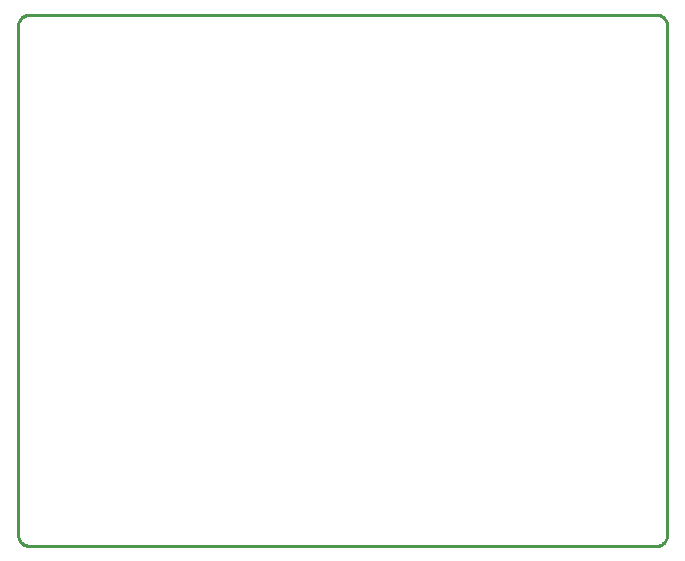
<source format=gbr>
G04 EAGLE Gerber RS-274X export*
G75*
%MOMM*%
%FSLAX34Y34*%
%LPD*%
%IN*%
%IPPOS*%
%AMOC8*
5,1,8,0,0,1.08239X$1,22.5*%
G01*
%ADD10C,0.254000*%


D10*
X0Y10000D02*
X38Y9128D01*
X152Y8264D01*
X341Y7412D01*
X603Y6580D01*
X937Y5774D01*
X1340Y5000D01*
X1808Y4264D01*
X2340Y3572D01*
X2929Y2929D01*
X3572Y2340D01*
X4264Y1808D01*
X5000Y1340D01*
X5774Y937D01*
X6580Y603D01*
X7412Y341D01*
X8264Y152D01*
X9128Y38D01*
X10000Y0D01*
X540000Y0D01*
X540872Y38D01*
X541736Y152D01*
X542588Y341D01*
X543420Y603D01*
X544226Y937D01*
X545000Y1340D01*
X545736Y1808D01*
X546428Y2340D01*
X547071Y2929D01*
X547660Y3572D01*
X548192Y4264D01*
X548660Y5000D01*
X549063Y5774D01*
X549397Y6580D01*
X549659Y7412D01*
X549848Y8264D01*
X549962Y9128D01*
X550000Y10000D01*
X550000Y440000D01*
X549962Y440872D01*
X549848Y441736D01*
X549659Y442588D01*
X549397Y443420D01*
X549063Y444226D01*
X548660Y445000D01*
X548192Y445736D01*
X547660Y446428D01*
X547071Y447071D01*
X546428Y447660D01*
X545736Y448192D01*
X545000Y448660D01*
X544226Y449063D01*
X543420Y449397D01*
X542588Y449659D01*
X541736Y449848D01*
X540872Y449962D01*
X540000Y450000D01*
X10000Y450000D01*
X9128Y449962D01*
X8264Y449848D01*
X7412Y449659D01*
X6580Y449397D01*
X5774Y449063D01*
X5000Y448660D01*
X4264Y448192D01*
X3572Y447660D01*
X2929Y447071D01*
X2340Y446428D01*
X1808Y445736D01*
X1340Y445000D01*
X937Y444226D01*
X603Y443420D01*
X341Y442588D01*
X152Y441736D01*
X38Y440872D01*
X0Y440000D01*
X0Y10000D01*
M02*

</source>
